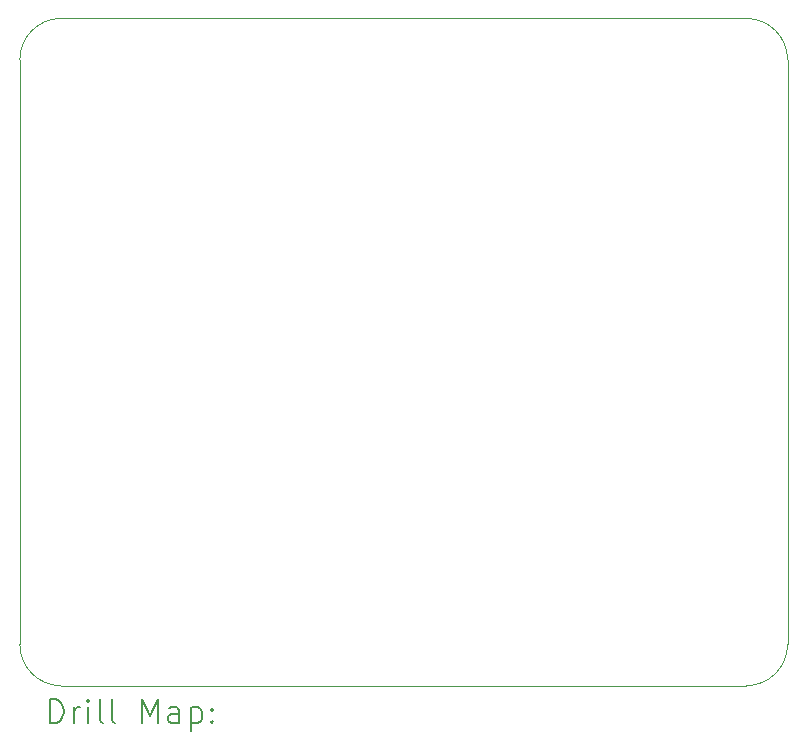
<source format=gbr>
%TF.GenerationSoftware,KiCad,Pcbnew,9.0.1*%
%TF.CreationDate,2025-04-06T12:30:08-07:00*%
%TF.ProjectId,Groundstation_2400_Hat,47726f75-6e64-4737-9461-74696f6e5f32,1.1*%
%TF.SameCoordinates,Original*%
%TF.FileFunction,Drillmap*%
%TF.FilePolarity,Positive*%
%FSLAX45Y45*%
G04 Gerber Fmt 4.5, Leading zero omitted, Abs format (unit mm)*
G04 Created by KiCad (PCBNEW 9.0.1) date 2025-04-06 12:30:08*
%MOMM*%
%LPD*%
G01*
G04 APERTURE LIST*
%ADD10C,0.100000*%
%ADD11C,0.200000*%
G04 APERTURE END LIST*
D10*
X16500000Y-15300000D02*
G75*
G02*
X16150000Y-15650000I-350000J0D01*
G01*
X10350000Y-15650000D02*
G75*
G02*
X10000000Y-15300000I0J350000D01*
G01*
X10000000Y-10350000D02*
X10000000Y-15300000D01*
X16500000Y-10350000D02*
X16500000Y-15300000D01*
X16150000Y-10000000D02*
G75*
G02*
X16500000Y-10350000I0J-350000D01*
G01*
X16150000Y-15650000D02*
X10350000Y-15650000D01*
X10350000Y-10000000D02*
X16150000Y-10000000D01*
X10000000Y-10350000D02*
G75*
G02*
X10350000Y-10000000I350000J0D01*
G01*
D11*
X10255777Y-15966484D02*
X10255777Y-15766484D01*
X10255777Y-15766484D02*
X10303396Y-15766484D01*
X10303396Y-15766484D02*
X10331967Y-15776008D01*
X10331967Y-15776008D02*
X10351015Y-15795055D01*
X10351015Y-15795055D02*
X10360539Y-15814103D01*
X10360539Y-15814103D02*
X10370063Y-15852198D01*
X10370063Y-15852198D02*
X10370063Y-15880769D01*
X10370063Y-15880769D02*
X10360539Y-15918865D01*
X10360539Y-15918865D02*
X10351015Y-15937912D01*
X10351015Y-15937912D02*
X10331967Y-15956960D01*
X10331967Y-15956960D02*
X10303396Y-15966484D01*
X10303396Y-15966484D02*
X10255777Y-15966484D01*
X10455777Y-15966484D02*
X10455777Y-15833150D01*
X10455777Y-15871246D02*
X10465301Y-15852198D01*
X10465301Y-15852198D02*
X10474824Y-15842674D01*
X10474824Y-15842674D02*
X10493872Y-15833150D01*
X10493872Y-15833150D02*
X10512920Y-15833150D01*
X10579586Y-15966484D02*
X10579586Y-15833150D01*
X10579586Y-15766484D02*
X10570063Y-15776008D01*
X10570063Y-15776008D02*
X10579586Y-15785531D01*
X10579586Y-15785531D02*
X10589110Y-15776008D01*
X10589110Y-15776008D02*
X10579586Y-15766484D01*
X10579586Y-15766484D02*
X10579586Y-15785531D01*
X10703396Y-15966484D02*
X10684348Y-15956960D01*
X10684348Y-15956960D02*
X10674824Y-15937912D01*
X10674824Y-15937912D02*
X10674824Y-15766484D01*
X10808158Y-15966484D02*
X10789110Y-15956960D01*
X10789110Y-15956960D02*
X10779586Y-15937912D01*
X10779586Y-15937912D02*
X10779586Y-15766484D01*
X11036729Y-15966484D02*
X11036729Y-15766484D01*
X11036729Y-15766484D02*
X11103396Y-15909341D01*
X11103396Y-15909341D02*
X11170063Y-15766484D01*
X11170063Y-15766484D02*
X11170063Y-15966484D01*
X11351015Y-15966484D02*
X11351015Y-15861722D01*
X11351015Y-15861722D02*
X11341491Y-15842674D01*
X11341491Y-15842674D02*
X11322443Y-15833150D01*
X11322443Y-15833150D02*
X11284348Y-15833150D01*
X11284348Y-15833150D02*
X11265301Y-15842674D01*
X11351015Y-15956960D02*
X11331967Y-15966484D01*
X11331967Y-15966484D02*
X11284348Y-15966484D01*
X11284348Y-15966484D02*
X11265301Y-15956960D01*
X11265301Y-15956960D02*
X11255777Y-15937912D01*
X11255777Y-15937912D02*
X11255777Y-15918865D01*
X11255777Y-15918865D02*
X11265301Y-15899817D01*
X11265301Y-15899817D02*
X11284348Y-15890293D01*
X11284348Y-15890293D02*
X11331967Y-15890293D01*
X11331967Y-15890293D02*
X11351015Y-15880769D01*
X11446253Y-15833150D02*
X11446253Y-16033150D01*
X11446253Y-15842674D02*
X11465301Y-15833150D01*
X11465301Y-15833150D02*
X11503396Y-15833150D01*
X11503396Y-15833150D02*
X11522443Y-15842674D01*
X11522443Y-15842674D02*
X11531967Y-15852198D01*
X11531967Y-15852198D02*
X11541491Y-15871246D01*
X11541491Y-15871246D02*
X11541491Y-15928388D01*
X11541491Y-15928388D02*
X11531967Y-15947436D01*
X11531967Y-15947436D02*
X11522443Y-15956960D01*
X11522443Y-15956960D02*
X11503396Y-15966484D01*
X11503396Y-15966484D02*
X11465301Y-15966484D01*
X11465301Y-15966484D02*
X11446253Y-15956960D01*
X11627205Y-15947436D02*
X11636729Y-15956960D01*
X11636729Y-15956960D02*
X11627205Y-15966484D01*
X11627205Y-15966484D02*
X11617682Y-15956960D01*
X11617682Y-15956960D02*
X11627205Y-15947436D01*
X11627205Y-15947436D02*
X11627205Y-15966484D01*
X11627205Y-15842674D02*
X11636729Y-15852198D01*
X11636729Y-15852198D02*
X11627205Y-15861722D01*
X11627205Y-15861722D02*
X11617682Y-15852198D01*
X11617682Y-15852198D02*
X11627205Y-15842674D01*
X11627205Y-15842674D02*
X11627205Y-15861722D01*
M02*

</source>
